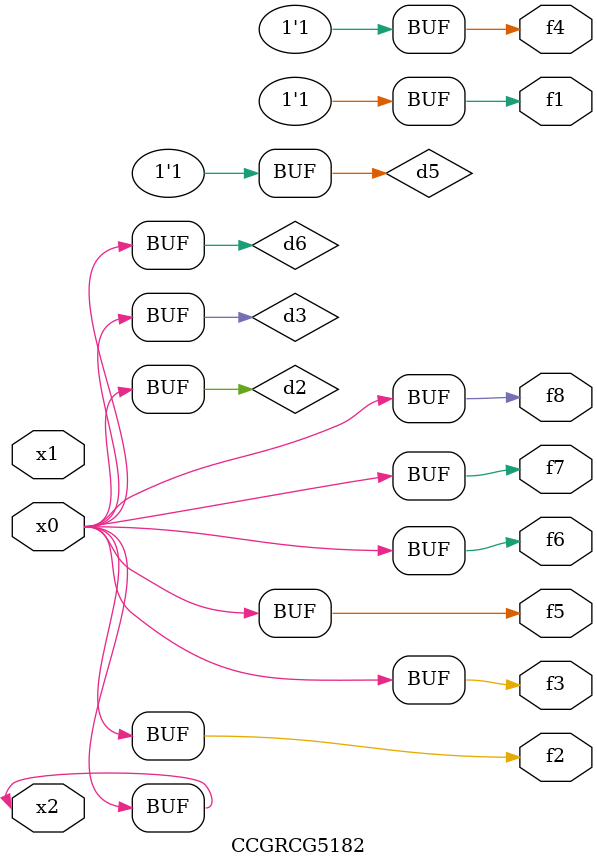
<source format=v>
module CCGRCG5182(
	input x0, x1, x2,
	output f1, f2, f3, f4, f5, f6, f7, f8
);

	wire d1, d2, d3, d4, d5, d6;

	xnor (d1, x2);
	buf (d2, x0, x2);
	and (d3, x0);
	xnor (d4, x1, x2);
	nand (d5, d1, d3);
	buf (d6, d2, d3);
	assign f1 = d5;
	assign f2 = d6;
	assign f3 = d6;
	assign f4 = d5;
	assign f5 = d6;
	assign f6 = d6;
	assign f7 = d6;
	assign f8 = d6;
endmodule

</source>
